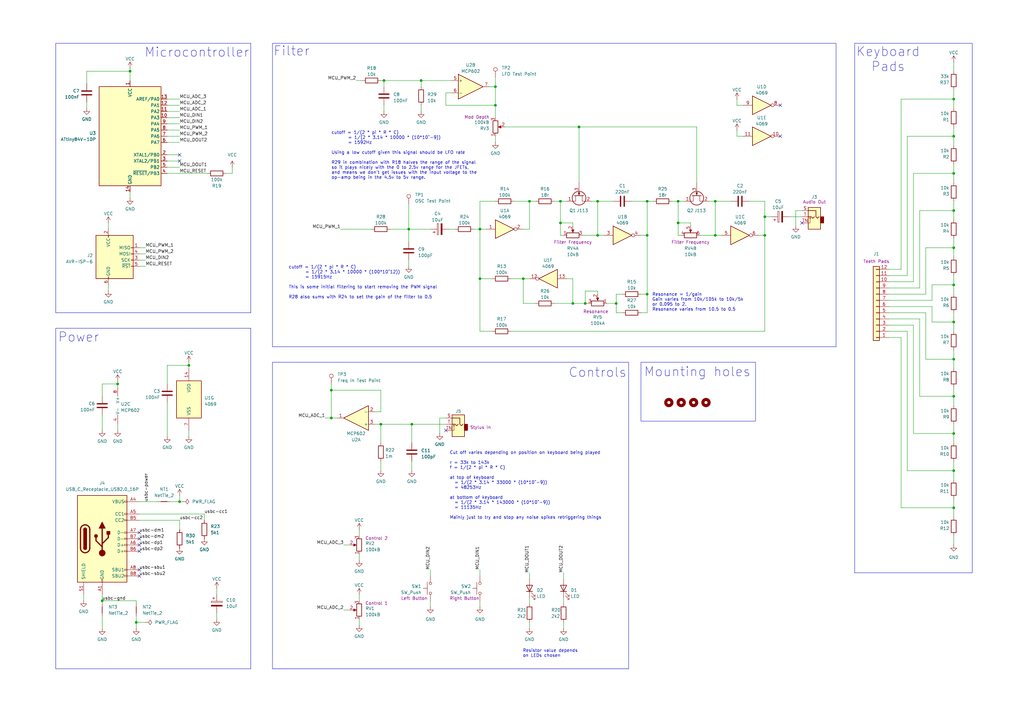
<source format=kicad_sch>
(kicad_sch (version 20250114) (generator "eeschema") (generator_version "9.0")
  (paper "A3")
  (title_block (title "Yorick") (date "2025-08-24") (rev "1.2") (company "Bristol Communal Modular") (comment 2 "creativecommons.org/licenses/by/4.0/") (comment 3 "License: CC BY 4.0") (comment 4 "Author: Bristol Communal Modular"))
  (rectangle (start 22.86 17.78) (end 102.87 128.27))
  (rectangle (start 111.76 148.59) (end 257.81 274.32))
  (rectangle (start 111.76 17.78) (end 342.9 142.24))
  (rectangle (start 350.52 17.78) (end 398.78 234.95))
  (rectangle (start 22.86 134.62) (end 102.87 274.32))
  (rectangle (start 262.89 148.59) (end 309.88 172.72))
  (text "Resistor value depends\non LEDs chosen" (at 214.376 269.748 0) (effects (font (size 1.27 1.27)) (justify left bottom)))
  (text "Resonance = 1/gain\nGain varies from 10k/105k to 10k/5k\nor 0.095 to 2.\nResonance varies from 10.5 to 0.5" (at 267.462 127.762 0) (effects (font (size 1.27 1.27)) (justify left bottom)))
  (text "cutoff = 1/(2 * pi * R * C)\n       = 1/(2 * 3.14 * 10000 * (10*10^-9))\n       = 1592Hz\n\nUsing a low cutoff given this signal should be LFO rate\n\nR29 in combination with R18 halves the range of the signal\nso it plays nicely with the 0 to 2.5v range for the JFETs,\nand means we don't get issues with the input voltage to the\nop-amp being in the 4.5v to 5v range." (at 135.89 73.66 0) (effects (font (size 1.27 1.27)) (justify left bottom)))
  (text "Microcontroller" (at 80.772 21.59 0) (effects (font (size 3.81 3.81))))
  (text "Filter" (at 119.634 21.082 0) (effects (font (size 3.81 3.81))))
  (text "Power" (at 32.258 138.43 0) (effects (font (size 3.81 3.81))))
  (text "Controls" (at 245.11 152.908 0) (effects (font (size 3.81 3.81))))
  (text "Cut off varies depending on position on keyboard being played\n\nr = 33k to 143k\nf = 1/(2 * pi * R * C)\n\nat top of keyboard\n  = 1/(2 * 3.14 * 33000 * (10*10^-9))\n  = 48253Hz\n\nat bottom of keyboard\n  = 1/(2 * 3.14 * 143000 * (10*10^-9))\n  = 11135Hz\n\nMainly just to try and stop any noise spikes retriggering things" (at 184.404 213.106 0) (effects (font (size 1.27 1.27)) (justify left bottom)))
  (text "Keyboard\nPads" (at 364.236 24.384 0) (effects (font (size 3.81 3.81))))
  (text "Mounting holes" (at 286.004 152.654 0) (effects (font (size 3.81 3.81))))
  (text "cutoff = 1/(2 * pi * R * C)\n       = 1/(2 * 3.14 * 10000 * (100*10^12))\n       = 15915Hz\n\nThis is some initial filtering to start removing the PWM signal\n\nR28 also sums with R24 to set the gain of the filter to 0.5\n" (at 118.364 122.682 0) (effects (font (size 1.27 1.27)) (justify left bottom)))
  (junction (at 156.21 173.99))
  (junction (at 172.72 33.02))
  (junction (at 293.37 96.52))
  (junction (at 135.89 171.45))
  (junction (at 245.11 82.55))
  (junction (at 196.85 114.3))
  (junction (at 391.16 40.64))
  (junction (at 391.16 86.36))
  (junction (at 73.66 205.74))
  (junction (at 229.87 91.44))
  (junction (at 391.16 208.28))
  (junction (at 135.89 160.02))
  (junction (at 293.37 82.55))
  (junction (at 391.16 101.6))
  (junction (at 245.11 96.52))
  (junction (at 157.48 33.02))
  (junction (at 237.49 52.07))
  (junction (at 41.91 246.38))
  (junction (at 252.73 124.46))
  (junction (at 278.13 91.44))
  (junction (at 391.16 55.88))
  (junction (at 53.34 29.21))
  (junction (at 203.2 35.56))
  (junction (at 391.16 116.84))
  (junction (at 391.16 193.04))
  (junction (at 265.43 82.55))
  (junction (at 391.16 147.32))
  (junction (at 203.2 43.18))
  (junction (at 240.03 124.46))
  (junction (at 391.16 177.8))
  (junction (at 278.13 82.55))
  (junction (at 77.47 149.86))
  (junction (at 391.16 132.08))
  (junction (at 391.16 71.12))
  (junction (at 391.16 162.56))
  (junction (at 167.64 93.98))
  (junction (at 48.26 157.48))
  (junction (at 55.88 255.27))
  (junction (at 313.69 88.9))
  (junction (at 229.87 82.55))
  (junction (at 196.85 93.98))
  (junction (at 217.17 82.55))
  (junction (at 234.95 124.46))
  (junction (at 313.69 96.52))
  (junction (at 168.91 173.99))
  (junction (at 265.43 120.65))
  (junction (at 265.43 96.52))
  (junction (at 214.63 114.3))
  (no_connect (at 57.15 233.68))
  (no_connect (at 73.66 66.04))
  (no_connect (at 57.15 236.22))
  (no_connect (at 320.04 55.88))
  (no_connect (at 182.88 176.53))
  (no_connect (at 328.93 91.44))
  (no_connect (at 320.04 43.18))
  (no_connect (at 73.66 63.5))
  (no_connect (at 57.15 223.52))
  (no_connect (at 57.15 218.44))
  (no_connect (at 57.15 220.98))
  (no_connect (at 57.15 226.06))
  (wire (pts (xy 265.43 96.52) (xy 265.43 120.65)))
  (wire (pts (xy 252.73 128.27) (xy 252.73 124.46)))
  (wire (pts (xy 44.45 116.84) (xy 44.45 119.38)))
  (wire (pts (xy 95.25 68.58) (xy 95.25 71.12)))
  (wire (pts (xy 73.66 205.74) (xy 74.93 205.74)))
  (wire (pts (xy 48.26 157.48) (xy 48.26 158.75)))
  (wire (pts (xy 382.27 116.84) (xy 391.16 116.84)))
  (wire (pts (xy 57.15 101.6) (xy 59.69 101.6)))
  (wire (pts (xy 391.16 40.64) (xy 391.16 44.45)))
  (wire (pts (xy 302.26 53.34) (xy 302.26 55.88)))
  (wire (pts (xy 209.55 114.3) (xy 214.63 114.3)))
  (wire (pts (xy 372.11 55.88) (xy 391.16 55.88)))
  (wire (pts (xy 41.91 157.48) (xy 48.26 157.48)))
  (wire (pts (xy 391.16 82.55) (xy 391.16 86.36)))
  (wire (pts (xy 302.26 55.88) (xy 304.8 55.88)))
  (wire (pts (xy 160.02 93.98) (xy 167.64 93.98)))
  (wire (pts (xy 278.13 96.52) (xy 279.4 96.52)))
  (wire (pts (xy 391.16 67.31) (xy 391.16 71.12)))
  (wire (pts (xy 252.73 128.27) (xy 255.27 128.27)))
  (wire (pts (xy 313.69 88.9) (xy 313.69 96.52)))
  (wire (pts (xy 391.16 219.71) (xy 391.16 223.52)))
  (wire (pts (xy 278.13 82.55) (xy 278.13 91.44)))
  (wire (pts (xy 229.87 91.44) (xy 234.95 91.44)))
  (wire (pts (xy 156.21 173.99) (xy 156.21 181.61)))
  (wire (pts (xy 245.11 120.65) (xy 245.11 119.38)))
  (wire (pts (xy 278.13 96.52) (xy 278.13 91.44)))
  (wire (pts (xy 369.57 110.49) (xy 364.49 110.49)))
  (wire (pts (xy 377.19 86.36) (xy 377.19 118.11)))
  (wire (pts (xy 55.88 255.27) (xy 55.88 257.81)))
  (wire (pts (xy 252.73 120.65) (xy 252.73 124.46)))
  (wire (pts (xy 369.57 208.28) (xy 369.57 138.43)))
  (wire (pts (xy 41.91 170.18) (xy 41.91 176.53)))
  (wire (pts (xy 68.58 58.42) (xy 73.66 58.42)))
  (wire (pts (xy 68.58 45.72) (xy 73.66 45.72)))
  (wire (pts (xy 147.32 254) (xy 147.32 256.54)))
  (wire (pts (xy 68.58 165.1) (xy 68.58 179.07)))
  (wire (pts (xy 265.43 82.55) (xy 267.97 82.55)))
  (wire (pts (xy 157.48 33.02) (xy 172.72 33.02)))
  (wire (pts (xy 311.15 96.52) (xy 313.69 96.52)))
  (wire (pts (xy 41.91 246.38) (xy 41.91 247.65)))
  (wire (pts (xy 227.33 124.46) (xy 234.95 124.46)))
  (wire (pts (xy 147.32 227.33) (xy 147.32 229.87)))
  (wire (pts (xy 391.16 193.04) (xy 391.16 196.85)))
  (wire (pts (xy 201.93 114.3) (xy 196.85 114.3)))
  (wire (pts (xy 68.58 68.58) (xy 73.66 68.58)))
  (wire (pts (xy 41.91 252.73) (xy 41.91 257.81)))
  (wire (pts (xy 176.53 246.38) (xy 176.53 248.92)))
  (wire (pts (xy 41.91 246.38) (xy 41.91 243.84)))
  (wire (pts (xy 391.16 97.79) (xy 391.16 101.6)))
  (wire (pts (xy 255.27 120.65) (xy 252.73 120.65)))
  (wire (pts (xy 391.16 181.61) (xy 391.16 177.8)))
  (wire (pts (xy 313.69 88.9) (xy 316.23 88.9)))
  (wire (pts (xy 57.15 205.74) (xy 64.77 205.74)))
  (wire (pts (xy 369.57 40.64) (xy 391.16 40.64)))
  (wire (pts (xy 68.58 55.88) (xy 73.66 55.88)))
  (wire (pts (xy 194.31 93.98) (xy 196.85 93.98)))
  (wire (pts (xy 217.17 245.11) (xy 217.17 247.65)))
  (wire (pts (xy 207.01 52.07) (xy 237.49 52.07)))
  (wire (pts (xy 240.03 119.38) (xy 240.03 124.46)))
  (wire (pts (xy 265.43 82.55) (xy 259.08 82.55)))
  (wire (pts (xy 293.37 82.55) (xy 293.37 96.52)))
  (wire (pts (xy 147.32 217.17) (xy 147.32 219.71)))
  (wire (pts (xy 275.59 82.55) (xy 278.13 82.55)))
  (wire (pts (xy 231.14 245.11) (xy 231.14 247.65)))
  (wire (pts (xy 68.58 40.64) (xy 73.66 40.64)))
  (wire (pts (xy 372.11 55.88) (xy 372.11 113.03)))
  (wire (pts (xy 379.73 101.6) (xy 379.73 120.65)))
  (wire (pts (xy 328.93 86.36) (xy 326.39 86.36)))
  (wire (pts (xy 391.16 113.03) (xy 391.16 116.84)))
  (wire (pts (xy 391.16 132.08) (xy 391.16 135.89)))
  (wire (pts (xy 231.14 255.27) (xy 231.14 257.81)))
  (wire (pts (xy 285.75 52.07) (xy 285.75 74.93)))
  (wire (pts (xy 374.65 71.12) (xy 391.16 71.12)))
  (wire (pts (xy 180.34 171.45) (xy 180.34 177.8)))
  (wire (pts (xy 232.41 114.3) (xy 234.95 114.3)))
  (wire (pts (xy 231.14 234.95) (xy 231.14 237.49)))
  (wire (pts (xy 35.56 34.29) (xy 35.56 29.21)))
  (wire (pts (xy 391.16 204.47) (xy 391.16 208.28)))
  (wire (pts (xy 172.72 43.18) (xy 172.72 45.72)))
  (wire (pts (xy 77.47 149.86) (xy 77.47 151.13)))
  (wire (pts (xy 391.16 158.75) (xy 391.16 162.56)))
  (wire (pts (xy 377.19 162.56) (xy 377.19 130.81)))
  (wire (pts (xy 156.21 173.99) (xy 168.91 173.99)))
  (wire (pts (xy 293.37 96.52) (xy 295.91 96.52)))
  (wire (pts (xy 146.05 33.02) (xy 148.59 33.02)))
  (wire (pts (xy 245.11 96.52) (xy 247.65 96.52)))
  (wire (pts (xy 140.97 250.19) (xy 143.51 250.19)))
  (wire (pts (xy 313.69 82.55) (xy 307.34 82.55)))
  (wire (pts (xy 234.95 91.44) (xy 234.95 92.71)))
  (wire (pts (xy 240.03 119.38) (xy 245.11 119.38)))
  (wire (pts (xy 73.66 213.36) (xy 73.66 217.17)))
  (wire (pts (xy 391.16 128.27) (xy 391.16 132.08)))
  (wire (pts (xy 157.48 43.18) (xy 157.48 45.72)))
  (wire (pts (xy 302.26 43.18) (xy 304.8 43.18)))
  (wire (pts (xy 185.42 38.1) (xy 182.88 38.1)))
  (wire (pts (xy 156.21 168.91) (xy 156.21 160.02)))
  (wire (pts (xy 326.39 86.36) (xy 326.39 92.71)))
  (wire (pts (xy 217.17 93.98) (xy 217.17 82.55)))
  (wire (pts (xy 391.16 166.37) (xy 391.16 162.56)))
  (wire (pts (xy 48.26 173.99) (xy 48.26 176.53)))
  (wire (pts (xy 168.91 173.99) (xy 182.88 173.99)))
  (wire (pts (xy 231.14 96.52) (xy 229.87 96.52)))
  (wire (pts (xy 323.85 88.9) (xy 328.93 88.9)))
  (wire (pts (xy 290.83 82.55) (xy 293.37 82.55)))
  (wire (pts (xy 182.88 38.1) (xy 182.88 43.18)))
  (wire (pts (xy 238.76 96.52) (xy 245.11 96.52)))
  (wire (pts (xy 48.26 156.21) (xy 48.26 157.48)))
  (wire (pts (xy 377.19 162.56) (xy 391.16 162.56)))
  (wire (pts (xy 182.88 43.18) (xy 203.2 43.18)))
  (wire (pts (xy 391.16 25.4) (xy 391.16 29.21)))
  (wire (pts (xy 391.16 189.23) (xy 391.16 193.04)))
  (wire (pts (xy 196.85 246.38) (xy 196.85 248.92)))
  (wire (pts (xy 172.72 33.02) (xy 172.72 35.56)))
  (wire (pts (xy 364.49 128.27) (xy 379.73 128.27)))
  (wire (pts (xy 382.27 123.19) (xy 364.49 123.19)))
  (wire (pts (xy 68.58 149.86) (xy 77.47 149.86)))
  (wire (pts (xy 68.58 71.12) (xy 85.09 71.12)))
  (wire (pts (xy 229.87 82.55) (xy 232.41 82.55)))
  (wire (pts (xy 374.65 133.35) (xy 364.49 133.35)))
  (wire (pts (xy 369.57 208.28) (xy 391.16 208.28)))
  (wire (pts (xy 168.91 189.23) (xy 168.91 193.04)))
  (wire (pts (xy 203.2 31.75) (xy 203.2 35.56)))
  (wire (pts (xy 234.95 124.46) (xy 240.03 124.46)))
  (wire (pts (xy 283.21 91.44) (xy 278.13 91.44)))
  (wire (pts (xy 237.49 52.07) (xy 237.49 74.93)))
  (wire (pts (xy 377.19 118.11) (xy 364.49 118.11)))
  (wire (pts (xy 302.26 40.64) (xy 302.26 43.18)))
  (wire (pts (xy 57.15 104.14) (xy 59.69 104.14)))
  (wire (pts (xy 176.53 233.68) (xy 176.53 236.22)))
  (wire (pts (xy 217.17 82.55) (xy 219.71 82.55)))
  (wire (pts (xy 262.89 96.52) (xy 265.43 96.52)))
  (wire (pts (xy 377.19 130.81) (xy 364.49 130.81)))
  (wire (pts (xy 35.56 29.21) (xy 53.34 29.21)))
  (wire (pts (xy 196.85 93.98) (xy 196.85 114.3)))
  (wire (pts (xy 251.46 82.55) (xy 245.11 82.55)))
  (wire (pts (xy 293.37 82.55) (xy 299.72 82.55)))
  (wire (pts (xy 196.85 82.55) (xy 196.85 93.98)))
  (wire (pts (xy 73.66 205.74) (xy 69.85 205.74)))
  (wire (pts (xy 156.21 189.23) (xy 156.21 193.04)))
  (wire (pts (xy 217.17 82.55) (xy 210.82 82.55)))
  (wire (pts (xy 372.11 193.04) (xy 391.16 193.04)))
  (wire (pts (xy 34.29 243.84) (xy 34.29 246.38)))
  (wire (pts (xy 248.92 124.46) (xy 252.73 124.46)))
  (wire (pts (xy 156.21 33.02) (xy 157.48 33.02)))
  (wire (pts (xy 391.16 101.6) (xy 391.16 105.41)))
  (wire (pts (xy 379.73 101.6) (xy 391.16 101.6)))
  (wire (pts (xy 68.58 50.8) (xy 73.66 50.8)))
  (wire (pts (xy 382.27 116.84) (xy 382.27 123.19)))
  (wire (pts (xy 41.91 157.48) (xy 41.91 162.56)))
  (wire (pts (xy 377.19 86.36) (xy 391.16 86.36)))
  (wire (pts (xy 156.21 160.02) (xy 135.89 160.02)))
  (wire (pts (xy 214.63 114.3) (xy 214.63 124.46)))
  (wire (pts (xy 196.85 135.89) (xy 201.93 135.89)))
  (wire (pts (xy 57.15 106.68) (xy 59.69 106.68)))
  (wire (pts (xy 167.64 83.82) (xy 167.64 93.98)))
  (wire (pts (xy 391.16 36.83) (xy 391.16 40.64)))
  (wire (pts (xy 369.57 138.43) (xy 364.49 138.43)))
  (wire (pts (xy 313.69 96.52) (xy 313.69 135.89)))
  (wire (pts (xy 168.91 173.99) (xy 168.91 181.61)))
  (wire (pts (xy 262.89 120.65) (xy 265.43 120.65)))
  (wire (pts (xy 227.33 82.55) (xy 229.87 82.55)))
  (wire (pts (xy 203.2 55.88) (xy 203.2 58.42)))
  (wire (pts (xy 55.88 246.38) (xy 55.88 247.65)))
  (wire (pts (xy 214.63 93.98) (xy 217.17 93.98)))
  (wire (pts (xy 68.58 157.48) (xy 68.58 149.86)))
  (wire (pts (xy 382.27 125.73) (xy 364.49 125.73)))
  (wire (pts (xy 53.34 29.21) (xy 53.34 33.02)))
  (wire (pts (xy 153.67 173.99) (xy 156.21 173.99)))
  (wire (pts (xy 77.47 148.59) (xy 77.47 149.86)))
  (wire (pts (xy 391.16 55.88) (xy 391.16 59.69)))
  (wire (pts (xy 278.13 82.55) (xy 280.67 82.55)))
  (wire (pts (xy 283.21 91.44) (xy 283.21 92.71)))
  (wire (pts (xy 374.65 177.8) (xy 374.65 133.35)))
  (wire (pts (xy 55.88 255.27) (xy 59.69 255.27)))
  (wire (pts (xy 55.88 246.38) (xy 41.91 246.38)))
  (wire (pts (xy 153.67 168.91) (xy 156.21 168.91)))
  (wire (pts (xy 172.72 33.02) (xy 185.42 33.02)))
  (wire (pts (xy 184.15 93.98) (xy 186.69 93.98)))
  (wire (pts (xy 262.89 128.27) (xy 265.43 128.27)))
  (wire (pts (xy 374.65 71.12) (xy 374.65 115.57)))
  (wire (pts (xy 217.17 234.95) (xy 217.17 237.49)))
  (wire (pts (xy 147.32 243.84) (xy 147.32 246.38)))
  (wire (pts (xy 68.58 63.5) (xy 73.66 63.5)))
  (wire (pts (xy 135.89 160.02) (xy 135.89 171.45)))
  (wire (pts (xy 95.25 71.12) (xy 92.71 71.12)))
  (wire (pts (xy 203.2 43.18) (xy 203.2 48.26)))
  (wire (pts (xy 374.65 177.8) (xy 391.16 177.8)))
  (wire (pts (xy 135.89 171.45) (xy 138.43 171.45)))
  (wire (pts (xy 157.48 33.02) (xy 157.48 35.56)))
  (wire (pts (xy 391.16 86.36) (xy 391.16 90.17)))
  (wire (pts (xy 229.87 82.55) (xy 229.87 91.44)))
  (wire (pts (xy 57.15 109.22) (xy 59.69 109.22)))
  (wire (pts (xy 167.64 93.98) (xy 176.53 93.98)))
  (wire (pts (xy 83.82 210.82) (xy 83.82 213.36)))
  (wire (pts (xy 209.55 135.89) (xy 313.69 135.89)))
  (wire (pts (xy 217.17 255.27) (xy 217.17 257.81)))
  (wire (pts (xy 203.2 43.18) (xy 203.2 35.56)))
  (wire (pts (xy 379.73 147.32) (xy 379.73 128.27)))
  (wire (pts (xy 55.88 252.73) (xy 55.88 255.27)))
  (wire (pts (xy 234.95 114.3) (xy 234.95 124.46)))
  (wire (pts (xy 391.16 151.13) (xy 391.16 147.32)))
  (wire (pts (xy 382.27 132.08) (xy 382.27 125.73)))
  (wire (pts (xy 200.66 35.56) (xy 203.2 35.56)))
  (wire (pts (xy 68.58 48.26) (xy 73.66 48.26)))
  (wire (pts (xy 391.16 208.28) (xy 391.16 212.09)))
  (wire (pts (xy 57.15 210.82) (xy 83.82 210.82)))
  (wire (pts (xy 237.49 52.07) (xy 285.75 52.07)))
  (wire (pts (xy 88.9 241.3) (xy 88.9 243.84)))
  (wire (pts (xy 265.43 82.55) (xy 265.43 96.52)))
  (wire (pts (xy 287.02 96.52) (xy 293.37 96.52)))
  (wire (pts (xy 313.69 88.9) (xy 313.69 82.55)))
  (wire (pts (xy 68.58 66.04) (xy 73.66 66.04)))
  (wire (pts (xy 167.64 93.98) (xy 167.64 99.06)))
  (wire (pts (xy 88.9 251.46) (xy 88.9 254)))
  (wire (pts (xy 135.89 157.48) (xy 135.89 160.02)))
  (wire (pts (xy 245.11 82.55) (xy 245.11 96.52)))
  (wire (pts (xy 140.97 223.52) (xy 143.51 223.52)))
  (wire (pts (xy 203.2 82.55) (xy 196.85 82.55)))
  (wire (pts (xy 391.16 173.99) (xy 391.16 177.8)))
  (wire (pts (xy 44.45 91.44) (xy 44.45 93.98)))
  (wire (pts (xy 374.65 115.57) (xy 364.49 115.57)))
  (wire (pts (xy 57.15 213.36) (xy 73.66 213.36)))
  (wire (pts (xy 53.34 78.74) (xy 53.34 81.28)))
  (wire (pts (xy 240.03 124.46) (xy 241.3 124.46)))
  (wire (pts (xy 391.16 52.07) (xy 391.16 55.88)))
  (wire (pts (xy 73.66 203.2) (xy 73.66 205.74)))
  (wire (pts (xy 219.71 124.46) (xy 214.63 124.46)))
  (wire (pts (xy 372.11 113.03) (xy 364.49 113.03)))
  (wire (pts (xy 391.16 71.12) (xy 391.16 74.93)))
  (wire (pts (xy 139.7 93.98) (xy 152.4 93.98)))
  (wire (pts (xy 369.57 40.64) (xy 369.57 110.49)))
  (wire (pts (xy 372.11 193.04) (xy 372.11 135.89)))
  (wire (pts (xy 196.85 233.68) (xy 196.85 236.22)))
  (wire (pts (xy 265.43 120.65) (xy 265.43 128.27)))
  (wire (pts (xy 196.85 93.98) (xy 199.39 93.98)))
  (wire (pts (xy 53.34 27.94) (xy 53.34 29.21)))
  (wire (pts (xy 167.64 106.68) (xy 167.64 109.22)))
  (wire (pts (xy 77.47 176.53) (xy 77.47 179.07)))
  (wire (pts (xy 196.85 114.3) (xy 196.85 135.89)))
  (wire (pts (xy 182.88 171.45) (xy 180.34 171.45)))
  (wire (pts (xy 379.73 147.32) (xy 391.16 147.32)))
  (wire (pts (xy 68.58 43.18) (xy 73.66 43.18)))
  (wire (pts (xy 35.56 41.91) (xy 35.56 44.45)))
  (wire (pts (xy 217.17 114.3) (xy 214.63 114.3)))
  (wire (pts (xy 68.58 53.34) (xy 73.66 53.34)))
  (wire (pts (xy 391.16 143.51) (xy 391.16 147.32)))
  (wire (pts (xy 229.87 96.52) (xy 229.87 91.44)))
  (wire (pts (xy 372.11 135.89) (xy 364.49 135.89)))
  (wire (pts (xy 379.73 120.65) (xy 364.49 120.65)))
  (wire (pts (xy 382.27 132.08) (xy 391.16 132.08)))
  (wire (pts (xy 133.35 171.45) (xy 135.89 171.45)))
  (wire (pts (xy 245.11 82.55) (xy 242.57 82.55)))
  (wire (pts (xy 391.16 116.84) (xy 391.16 120.65)))
  (label "MCU_DIN1" (at 73.66 48.26 0))
  (label "MCU_DIN2" (at 59.69 106.68 0))
  (label "MCU_DOUT2" (at 73.66 58.42 0))
  (label "MCU_PWM_1" (at 73.66 53.34 0))
  (label "usbc-cc2" (at 73.66 213.36 0))
  (label "MCU_ADC_2" (at 73.66 43.18 0))
  (label "MCU_RESET" (at 59.69 109.22 0))
  (label "MCU_DIN2" (at 73.66 50.8 0))
  (label "MCU_DOUT1" (at 73.66 68.58 0))
  (label "MCU_DIN2" (at 176.53 233.68 90))
  (label "usbc-sbu1" (at 57.15 233.68 0))
  (label "MCU_PWM_2" (at 146.05 33.02 180))
  (label "MCU_DIN1" (at 196.85 233.68 90))
  (label "MCU_PWM_1" (at 59.69 101.6 0))
  (label "MCU_PWM_2" (at 59.69 104.14 0))
  (label "MCU_RESET" (at 73.66 71.12 0))
  (label "MCU_ADC_3" (at 73.66 40.64 0))
  (label "MCU_PWM_1" (at 139.7 93.98 180))
  (label "usbc-gnd" (at 41.91 246.38 0))
  (label "MCU_ADC_3" (at 140.97 223.52 180))
  (label "usbc-sbu2" (at 57.15 236.22 0))
  (label "MCU_ADC_2" (at 140.97 250.19 180))
  (label "MCU_DOUT1" (at 217.17 234.95 90))
  (label "usbc-dm1" (at 57.15 218.44 0))
  (label "usbc-dp1" (at 57.15 223.52 0))
  (label "usbc-dp2" (at 57.15 226.06 0))
  (label "usbc-power" (at 60.96 205.74 90))
  (label "MCU_ADC_1" (at 73.66 45.72 0))
  (label "MCU_ADC_1" (at 133.35 171.45 180))
  (label "MCU_PWM_2" (at 73.66 55.88 0))
  (label "usbc-dm2" (at 57.15 220.98 0))
  (label "usbc-cc1" (at 83.82 210.82 0))
  (label "MCU_DOUT2" (at 231.14 234.95 90))
  (symbol (lib_id "4xxx:4069") (at 312.42 55.88 0) (unit 5)
    (property "Reference" "U1" (at 312.42 48.26 0))
    (property "Value" "4069" (at 312.42 50.8 0))
    (property "Footprint" "Package_DIP:DIP-14_W7.62mm" (effects (hide yes)))
    (property "Datasheet" "http://www.intersil.com/content/dam/Intersil/documents/cd40/cd4069ubms.pdf" (effects (hide yes)))
  )
  (symbol (lib_id "Device:R") (at 391.16 200.66 0) (unit 1)
    (property "Reference" "R11" (at 389.382 201.4947 0) (effects (justify right)))
    (property "Value" "10k" (at 389.382 198.9578 0) (effects (justify right)))
    (property "Footprint" "Resistor_THT:R_Axial_DIN0207_L6.3mm_D2.5mm_P10.16mm_Horizontal" (effects (hide yes)))
    (property "Description" "Resistor" (effects (hide yes)))
    (property "Tolerance" "1%" (effects (hide yes)))
    (property "Power" "0.25W" (effects (hide yes)))
    (property "Spec" "metal film" (effects (hide yes)))
  )
  (symbol (lib_id "Device:R") (at 172.72 39.37 0) (unit 1)
    (property "Reference" "R29" (at 175.26 38.735 0) (effects (justify left)))
    (property "Value" "10k" (at 175.26 41.275 0) (effects (justify left)))
    (property "Footprint" "Resistor_THT:R_Axial_DIN0207_L6.3mm_D2.5mm_P10.16mm_Horizontal" (effects (hide yes)))
    (property "Description" "Resistor" (effects (hide yes)))
    (property "Tolerance" "1%" (effects (hide yes)))
    (property "Power" "0.25W" (effects (hide yes)))
    (property "Spec" "metal film" (effects (hide yes)))
  )
  (symbol (lib_id "Switch:SW_Push") (at 176.53 241.3 90) (mirror x) (unit 1)
    (property "Reference" "SW1" (at 172.847 240.4653 90) (effects (justify left)))
    (property "Value" "SW_Push" (at 172.847 243.0022 90) (effects (justify left)))
    (property "Footprint" "Button_Switch_THT:SW_PUSH_6mm" (effects (hide yes)))
    (property "Datasheet" "https://components.omron.com/eu-en/sites/components.omron.com.eu/files/datasheet_pdf/A070-E1.pdf" (effects (hide yes)))
    (property "Manufacturer" "Omron" (effects (hide yes)))
    (property "MPN" "B3F-1070" (effects (hide yes)))
    (property "Name" "Left Button" (at 169.926 245.364 90))
  )
  (symbol (lib_id "Device:C") (at 41.91 166.37 0) (mirror y) (unit 1)
    (property "Reference" "C6" (at 38.989 165.5353 0) (effects (justify left)))
    (property "Value" "100nF" (at 38.989 168.0722 0) (effects (justify left)))
    (property "Footprint" "Capacitor_THT:C_Rect_L7.0mm_W3.5mm_P5.00mm" (effects (hide yes)))
    (property "Spec" "ceramic X7R" (effects (hide yes)))
    (property "Tolerance" "5%" (effects (hide yes)))
  )
  (symbol (lib_id "power:GND") (at 83.82 220.98 0) (unit 1)
    (property "Reference" "#PWR030" (effects (hide yes)))
    (property "Value" "GND" (at 83.82 225.4234 0))
    (property "Description" "Power symbol creates a global label with name \"GND\" , ground" (effects (hide yes)))
  )
  (symbol (lib_id "Device:R") (at 259.08 120.65 270) (unit 1)
    (property "Reference" "R15" (at 259.08 115.57 90))
    (property "Value" "10k" (at 259.08 118.11 90))
    (property "Footprint" "Resistor_THT:R_Axial_DIN0207_L6.3mm_D2.5mm_P10.16mm_Horizontal" (effects (hide yes)))
    (property "Description" "Resistor" (effects (hide yes)))
    (property "Tolerance" "1%" (effects (hide yes)))
    (property "Power" "0.25W" (effects (hide yes)))
    (property "Spec" "metal film" (effects (hide yes)))
  )
  (symbol (lib_id "Device:R") (at 259.08 128.27 270) (unit 1)
    (property "Reference" "R27" (at 259.08 123.19 90))
    (property "Value" "10k" (at 259.08 125.73 90))
    (property "Footprint" "Resistor_THT:R_Axial_DIN0207_L6.3mm_D2.5mm_P10.16mm_Horizontal" (effects (hide yes)))
    (property "Description" "Resistor" (effects (hide yes)))
    (property "Tolerance" "1%" (effects (hide yes)))
    (property "Power" "0.25W" (effects (hide yes)))
    (property "Spec" "metal film" (effects (hide yes)))
  )
  (symbol (lib_id "power:PWR_FLAG") (at 59.69 255.27 270) (unit 1)
    (property "Reference" "#FLG02" (effects (hide yes)))
    (property "Value" "PWR_FLAG" (at 63.5 255.2699 90) (effects (justify left)))
    (property "Description" "Special symbol for telling ERC where power comes from" (effects (hide yes)))
  )
  (symbol (lib_id "power:VCC") (at 147.32 217.17 0) (unit 1)
    (property "Reference" "#PWR023" (effects (hide yes)))
    (property "Value" "VCC" (at 147.32 213.36 0))
    (property "Description" "Power symbol creates a global label with name \"VCC\"" (effects (hide yes)))
  )
  (symbol (lib_id "Device:R") (at 391.16 154.94 0) (unit 1)
    (property "Reference" "R8" (at 389.382 155.7747 0) (effects (justify right)))
    (property "Value" "10k" (at 389.382 153.2378 0) (effects (justify right)))
    (property "Footprint" "Resistor_THT:R_Axial_DIN0207_L6.3mm_D2.5mm_P10.16mm_Horizontal" (effects (hide yes)))
    (property "Description" "Resistor" (effects (hide yes)))
    (property "Tolerance" "1%" (effects (hide yes)))
    (property "Power" "0.25W" (effects (hide yes)))
    (property "Spec" "metal film" (effects (hide yes)))
  )
  (symbol (lib_id "power:GND") (at 44.45 119.38 0) (unit 1)
    (property "Reference" "#PWR09" (effects (hide yes)))
    (property "Value" "GND" (at 44.45 123.8234 0))
    (property "Description" "Power symbol creates a global label with name \"GND\" , ground" (effects (hide yes)))
  )
  (symbol (lib_id "Device:C") (at 255.27 82.55 90) (unit 1)
    (property "Reference" "C1" (at 255.27 76.2 90))
    (property "Value" "220nF" (at 255.27 78.74 90))
    (property "Footprint" "Capacitor_THT:C_Rect_L7.0mm_W3.5mm_P5.00mm" (effects (hide yes)))
    (property "Spec" "film" (effects (hide yes)))
    (property "Tolerance" "5%" (effects (hide yes)))
  )
  (symbol (lib_id "4xxx:4069") (at 207.01 93.98 0) (unit 1)
    (property "Reference" "U1" (at 207.01 86.36 0))
    (property "Value" "4069" (at 207.01 88.9 0))
    (property "Footprint" "Package_DIP:DIP-14_W7.62mm" (effects (hide yes)))
    (property "Datasheet" "http://www.intersil.com/content/dam/Intersil/documents/cd40/cd4069ubms.pdf" (effects (hide yes)))
  )
  (symbol (lib_id "power:VCC") (at 147.32 243.84 0) (unit 1)
    (property "Reference" "#PWR01" (effects (hide yes)))
    (property "Value" "VCC" (at 147.32 240.03 0))
    (property "Description" "Power symbol creates a global label with name \"VCC\"" (effects (hide yes)))
  )
  (symbol (lib_id "power:VCC") (at 302.26 40.64 0) (unit 1)
    (property "Reference" "#PWR010" (effects (hide yes)))
    (property "Value" "VCC" (at 302.26 36.83 0))
    (property "Description" "Power symbol creates a global label with name \"VCC\"" (effects (hide yes)))
  )
  (symbol (lib_id "Device:C_Polarized") (at 320.04 88.9 90) (unit 1)
    (property "Reference" "C5" (at 319.151 82.55 90))
    (property "Value" "10uF" (at 319.151 85.09 90))
    (property "Footprint" "Capacitor_THT:CP_Radial_D5.0mm_P2.00mm" (effects (hide yes)))
    (property "Spec" "electrolytic" (effects (hide yes)))
    (property "Tolerance" "20%" (effects (hide yes)))
    (property "Voltage" "50v" (effects (hide yes)))
  )
  (symbol (lib_id "power:GND") (at 180.34 177.8 0) (unit 1)
    (property "Reference" "#PWR0105" (effects (hide yes)))
    (property "Value" "GND" (at 180.34 182.2434 0))
    (property "Description" "Power symbol creates a global label with name \"GND\" , ground" (effects (hide yes)))
  )
  (symbol (lib_id "Device:C_Polarized") (at 180.34 93.98 90) (unit 1)
    (property "Reference" "C4" (at 179.451 87.63 90))
    (property "Value" "10uF" (at 179.451 90.17 90))
    (property "Footprint" "Capacitor_THT:CP_Radial_D5.0mm_P2.00mm" (effects (hide yes)))
    (property "Spec" "electrolytic" (effects (hide yes)))
    (property "Tolerance" "20%" (effects (hide yes)))
    (property "Voltage" "50v" (effects (hide yes)))
  )
  (symbol (lib_id "Connector:USB_C_Receptacle_USB2.0_16P") (at 41.91 220.98 0) (unit 1)
    (property "Reference" "J4" (at 41.91 198.12 0))
    (property "Value" "USB_C_Receptacle_USB2.0_16P" (at 41.91 200.66 0))
    (property "Footprint" "Connector_USB:USB_C_Receptacle_GCT_USB4085" (effects (hide yes)))
    (property "Datasheet" "https://www.usb.org/sites/default/files/documents/usb_type-c.zip" (effects (hide yes)))
    (property "Description" "USB 2.0-only 16P Type-C Receptacle connector" (effects (hide yes)))
    (property "Manufacturer" "GCT" (effects (hide yes)))
    (property "MPN" "USB4085-GF-A " (effects (hide yes)))
  )
  (symbol (lib_id "Device:R") (at 391.16 109.22 0) (unit 1)
    (property "Reference" "R5" (at 389.382 110.0547 0) (effects (justify right)))
    (property "Value" "10k" (at 389.382 107.5178 0) (effects (justify right)))
    (property "Footprint" "Resistor_THT:R_Axial_DIN0207_L6.3mm_D2.5mm_P10.16mm_Horizontal" (effects (hide yes)))
    (property "Description" "Resistor" (effects (hide yes)))
    (property "Tolerance" "1%" (effects (hide yes)))
    (property "Power" "0.25W" (effects (hide yes)))
    (property "Spec" "metal film" (effects (hide yes)))
  )
  (symbol (lib_id "power:VCC") (at 88.9 241.3 0) (unit 1)
    (property "Reference" "#PWR026" (effects (hide yes)))
    (property "Value" "VCC" (at 88.9 237.49 0))
    (property "Description" "Power symbol creates a global label with name \"VCC\"" (effects (hide yes)))
  )
  (symbol (lib_id "Device:R") (at 73.66 220.98 0) (unit 1)
    (property "Reference" "R30" (at 76.2 219.7099 0) (effects (justify left)))
    (property "Value" "5k1" (at 76.2 222.2499 0) (effects (justify left)))
    (property "Footprint" "Resistor_THT:R_Axial_DIN0207_L6.3mm_D2.5mm_P10.16mm_Horizontal" (effects (hide yes)))
    (property "Description" "Resistor" (effects (hide yes)))
    (property "Tolerance" "1%" (effects (hide yes)))
    (property "Power" "0.25W" (effects (hide yes)))
    (property "Spec" "metal film" (effects (hide yes)))
  )
  (symbol (lib_id "power:GND") (at 35.56 44.45 0) (unit 1)
    (property "Reference" "#PWR0101" (effects (hide yes)))
    (property "Value" "GND" (at 35.56 48.8934 0))
    (property "Description" "Power symbol creates a global label with name \"GND\" , ground" (effects (hide yes)))
  )
  (symbol (lib_id "power:VCC") (at 95.25 68.58 0) (unit 1)
    (property "Reference" "#PWR05" (effects (hide yes)))
    (property "Value" "VCC" (at 95.25 63.5 0))
    (property "Description" "Power symbol creates a global label with name \"VCC\"" (effects (hide yes)))
  )
  (symbol (lib_id "Device:R") (at 205.74 114.3 270) (unit 1)
    (property "Reference" "R13" (at 205.74 109.22 90))
    (property "Value" "100k" (at 205.74 111.76 90))
    (property "Footprint" "Resistor_THT:R_Axial_DIN0207_L6.3mm_D2.5mm_P10.16mm_Horizontal" (effects (hide yes)))
    (property "Description" "Resistor" (effects (hide yes)))
    (property "Tolerance" "1%" (effects (hide yes)))
    (property "Power" "0.25W" (effects (hide yes)))
    (property "Spec" "metal film" (effects (hide yes)))
  )
  (symbol (lib_id "power:GND") (at 77.47 179.07 0) (unit 1)
    (property "Reference" "#PWR015" (effects (hide yes)))
    (property "Value" "GND" (at 77.47 183.5134 0))
    (property "Description" "Power symbol creates a global label with name \"GND\" , ground" (effects (hide yes)))
  )
  (symbol (lib_id "power:GND") (at 196.85 248.92 0) (unit 1)
    (property "Reference" "#PWR019" (effects (hide yes)))
    (property "Value" "GND" (at 196.85 254 0))
    (property "Description" "Power symbol creates a global label with name \"GND\" , ground" (effects (hide yes)))
  )
  (symbol (lib_id "Device:R") (at 83.82 217.17 0) (unit 1)
    (property "Reference" "R23" (at 86.36 215.8999 0) (effects (justify left)))
    (property "Value" "5k1" (at 86.36 218.4399 0) (effects (justify left)))
    (property "Footprint" "Resistor_THT:R_Axial_DIN0207_L6.3mm_D2.5mm_P10.16mm_Horizontal" (effects (hide yes)))
    (property "Description" "Resistor" (effects (hide yes)))
    (property "Tolerance" "1%" (effects (hide yes)))
    (property "Power" "0.25W" (effects (hide yes)))
    (property "Spec" "metal film" (effects (hide yes)))
  )
  (symbol (lib_id "Device:C") (at 303.53 82.55 90) (unit 1)
    (property "Reference" "C2" (at 303.53 76.2 90))
    (property "Value" "220nF" (at 303.53 78.74 90))
    (property "Footprint" "Capacitor_THT:C_Rect_L7.0mm_W3.5mm_P5.00mm" (effects (hide yes)))
    (property "Spec" "film" (effects (hide yes)))
    (property "Tolerance" "5%" (effects (hide yes)))
  )
  (symbol (lib_id "Device:C") (at 168.91 185.42 180) (unit 1)
    (property "Reference" "C11" (at 172.72 184.785 0) (effects (justify right)))
    (property "Value" "100pF" (at 172.72 187.325 0) (effects (justify right)))
    (property "Footprint" "Capacitor_THT:C_Rect_L7.0mm_W3.5mm_P5.00mm" (effects (hide yes)))
    (property "Spec" "ceramic X7R" (effects (hide yes)))
    (property "Tolerance" "5%" (effects (hide yes)))
  )
  (symbol (lib_id "Device:R") (at 391.16 63.5 0) (unit 1)
    (property "Reference" "R2" (at 389.382 64.3347 0) (effects (justify right)))
    (property "Value" "10k" (at 389.382 61.7978 0) (effects (justify right)))
    (property "Footprint" "Resistor_THT:R_Axial_DIN0207_L6.3mm_D2.5mm_P10.16mm_Horizontal" (effects (hide yes)))
    (property "Description" "Resistor" (effects (hide yes)))
    (property "Tolerance" "1%" (effects (hide yes)))
    (property "Power" "0.25W" (effects (hide yes)))
    (property "Spec" "metal film" (effects (hide yes)))
  )
  (symbol (lib_id "Device:R") (at 223.52 82.55 90) (unit 1)
    (property "Reference" "R16" (at 223.52 77.47 90))
    (property "Value" "18r" (at 223.52 80.01 90))
    (property "Footprint" "Resistor_THT:R_Axial_DIN0207_L6.3mm_D2.5mm_P10.16mm_Horizontal" (effects (hide yes)))
    (property "Description" "Resistor" (effects (hide yes)))
    (property "Tolerance" "1%" (effects (hide yes)))
    (property "Power" "0.25W" (effects (hide yes)))
    (property "Spec" "metal film" (effects (hide yes)))
  )
  (symbol (lib_id "Device:R") (at 207.01 82.55 90) (unit 1)
    (property "Reference" "R14" (at 207.01 77.47 90))
    (property "Value" "100k" (at 207.01 80.01 90))
    (property "Footprint" "Resistor_THT:R_Axial_DIN0207_L6.3mm_D2.5mm_P10.16mm_Horizontal" (effects (hide yes)))
    (property "Description" "Resistor" (effects (hide yes)))
    (property "Tolerance" "1%" (effects (hide yes)))
    (property "Power" "0.25W" (effects (hide yes)))
    (property "Spec" "metal film" (effects (hide yes)))
  )
  (symbol (lib_id "Device:R_Potentiometer") (at 147.32 250.19 180) (unit 1)
    (property "Reference" "RV1" (at 149.86 249.555 0) (effects (justify right)))
    (property "Value" "100kB" (at 149.86 252.095 0) (effects (justify right)))
    (property "Footprint" "Potentiometer_THT:Potentiometer_Alpha_RD901F-40-00D_Single_Vertical" (effects (hide yes)))
    (property "Name" "Control 1" (at 154.432 247.396 0))
  )
  (symbol (lib_id "4xxx:4069") (at 312.42 43.18 0) (unit 4)
    (property "Reference" "U1" (at 312.42 35.56 0))
    (property "Value" "4069" (at 312.42 38.1 0))
    (property "Footprint" "Package_DIP:DIP-14_W7.62mm" (effects (hide yes)))
    (property "Datasheet" "http://www.intersil.com/content/dam/Intersil/documents/cd40/cd4069ubms.pdf" (effects (hide yes)))
  )
  (symbol (lib_id "Device:C_Polarized") (at 88.9 247.65 0) (unit 1)
    (property "Reference" "C10" (at 92.71 246.126 0) (effects (justify left)))
    (property "Value" "10uF" (at 92.71 248.666 0) (effects (justify left)))
    (property "Footprint" "Capacitor_THT:CP_Radial_D5.0mm_P2.00mm" (effects (hide yes)))
    (property "Spec" "electrolytic" (effects (hide yes)))
    (property "Tolerance" "20%" (effects (hide yes)))
    (property "Voltage" "50v" (effects (hide yes)))
  )
  (symbol (lib_id "Connector_Audio:AudioJack2_SwitchT") (at 187.96 173.99 0) (mirror y) (unit 1)
    (property "Reference" "J5" (at 187.96 168.656 0))
    (property "Value" "AudioJack2_SwitchT" (effects (hide yes)))
    (property "Footprint" "Connector_Audio:Jack_3.5mm_QingPu_WQP-PJ398SM_Vertical_CircularHoles" (effects (hide yes)))
    (property "Datasheet" "http://qingpu-electronics.com/en/products/WQP-PJ398SM-362.html" (effects (hide yes)))
    (property "Description" "Audio Jack, 2 Poles (Mono / TS), Switched T Pole (Normalling)" (effects (hide yes)))
    (property "MPN" "WQP-PJ398SM" (effects (hide yes)))
    (property "Manufacturer" "QingPu" (effects (hide yes)))
    (property "Name" "Stylus In" (at 197.104 175.26 0))
  )
  (symbol (lib_id "Device:R_Potentiometer_Dual_Separate") (at 283.21 96.52 90) (unit 2)
    (property "Reference" "RV4" (at 283.21 101.854 90))
    (property "Value" "10kB" (at 283.21 104.394 90))
    (property "Footprint" "Potentiometer_THT:Potentiometer_Alpha_RD902F-40-00D_Dual_Vertical" (effects (hide yes)))
    (property "Description" "Dual potentiometer, separate units" (effects (hide yes)))
    (property "Name" "Filter Frequency" (at 283.21 99.314 90))
  )
  (symbol (lib_id "Connector:TestPoint") (at 167.64 83.82 0) (unit 1) (in_bom no)
    (property "Reference" "TP1" (at 170.18 79.883 0) (effects (justify left)))
    (property "Value" "OSC Test Point" (at 170.18 82.423 0) (effects (justify left)))
    (property "Footprint" "TestPoint:TestPoint_Loop_D2.50mm_Drill1.0mm_LowProfile" (effects (hide yes)))
    (property "Description" "test point" (effects (hide yes)))
  )
  (symbol (lib_id "Device:NetTie_2") (at 67.31 205.74 0) (unit 1) (in_bom no)
    (property "Reference" "NT1" (at 67.31 200.66 0))
    (property "Value" "NetTie_2" (at 67.31 203.2 0))
    (property "Footprint" "NetTie:NetTie-2_SMD_Pad0.5mm" (effects (hide yes)))
    (property "Description" "Net tie, 2 pins" (effects (hide yes)))
  )
  (symbol (lib_id "Device:R") (at 217.17 251.46 0) (unit 1)
    (property "Reference" "R21" (at 212.09 250.19 0) (effects (justify left)))
    (property "Value" "2k2" (at 212.09 252.73 0) (effects (justify left)))
    (property "Footprint" "Resistor_THT:R_Axial_DIN0207_L6.3mm_D2.5mm_P10.16mm_Horizontal" (effects (hide yes)))
    (property "Description" "Resistor" (effects (hide yes)))
    (property "Tolerance" "1%" (effects (hide yes)))
    (property "Power" "0.25W" (effects (hide yes)))
    (property "Spec" "metal film" (effects (hide yes)))
  )
  (symbol (lib_id "Mechanical:MountingHole") (at 279.4 165.1 0) (unit 1) (in_bom no)
    (property "Reference" "H2" (effects (hide yes)))
    (property "Value" "MountingHole" (effects (hide yes)))
    (property "Footprint" "MountingHole:MountingHole_2.2mm_M2_DIN965" (effects (hide yes)))
  )
  (symbol (lib_id "power:GND") (at 326.39 92.71 0) (unit 1)
    (property "Reference" "#PWR0110" (effects (hide yes)))
    (property "Value" "GND" (at 326.39 97.1534 0))
    (property "Description" "Power symbol creates a global label with name \"GND\" , ground" (effects (hide yes)))
  )
  (symbol (lib_id "power:GND") (at 88.9 254 0) (unit 1)
    (property "Reference" "#PWR027" (effects (hide yes)))
    (property "Value" "GND" (at 88.9 258.4434 0))
    (property "Description" "Power symbol creates a global label with name \"GND\" , ground" (effects (hide yes)))
  )
  (symbol (lib_id "power:GND") (at 147.32 256.54 0) (unit 1)
    (property "Reference" "#PWR0106" (effects (hide yes)))
    (property "Value" "GND" (at 147.32 260.9834 0))
    (property "Description" "Power symbol creates a global label with name \"GND\" , ground" (effects (hide yes)))
  )
  (symbol (lib_id "Device:R") (at 391.16 48.26 0) (unit 1)
    (property "Reference" "R1" (at 389.382 49.0947 0) (effects (justify right)))
    (property "Value" "10k" (at 389.382 46.5578 0) (effects (justify right)))
    (property "Footprint" "Resistor_THT:R_Axial_DIN0207_L6.3mm_D2.5mm_P10.16mm_Horizontal" (effects (hide yes)))
    (property "Description" "Resistor" (effects (hide yes)))
    (property "Tolerance" "1%" (effects (hide yes)))
    (property "Power" "0.25W" (effects (hide yes)))
    (property "Spec" "metal film" (effects (hide yes)))
  )
  (symbol (lib_id "power:GND") (at 167.64 109.22 0) (unit 1)
    (property "Reference" "#PWR017" (effects (hide yes)))
    (property "Value" "GND" (at 167.64 113.6634 0))
    (property "Description" "Power symbol creates a global label with name \"GND\" , ground" (effects (hide yes)))
  )
  (symbol (lib_id "Device:R") (at 391.16 124.46 0) (unit 1)
    (property "Reference" "R6" (at 389.382 125.2947 0) (effects (justify right)))
    (property "Value" "10k" (at 389.382 122.7578 0) (effects (justify right)))
    (property "Footprint" "Resistor_THT:R_Axial_DIN0207_L6.3mm_D2.5mm_P10.16mm_Horizontal" (effects (hide yes)))
    (property "Description" "Resistor" (effects (hide yes)))
    (property "Tolerance" "1%" (effects (hide yes)))
    (property "Power" "0.25W" (effects (hide yes)))
    (property "Spec" "metal film" (effects (hide yes)))
  )
  (symbol (lib_id "power:GND") (at 34.29 246.38 0) (unit 1)
    (property "Reference" "#PWR013" (effects (hide yes)))
    (property "Value" "GND" (at 34.29 250.8234 0))
    (property "Description" "Power symbol creates a global label with name \"GND\" , ground" (effects (hide yes)))
  )
  (symbol (lib_id "power:VCC") (at 302.26 53.34 0) (unit 1)
    (property "Reference" "#PWR011" (effects (hide yes)))
    (property "Value" "VCC" (at 302.26 49.53 0))
    (property "Description" "Power symbol creates a global label with name \"VCC\"" (effects (hide yes)))
  )
  (symbol (lib_id "power:GND") (at 172.72 45.72 0) (unit 1)
    (property "Reference" "#PWR025" (effects (hide yes)))
    (property "Value" "GND" (at 172.72 50.1634 0))
    (property "Description" "Power symbol creates a global label with name \"GND\" , ground" (effects (hide yes)))
  )
  (symbol (lib_id "Device:R") (at 190.5 93.98 270) (unit 1)
    (property "Reference" "R24" (at 190.5 88.9 90))
    (property "Value" "100k" (at 190.5 91.44 90))
    (property "Footprint" "Resistor_THT:R_Axial_DIN0207_L6.3mm_D2.5mm_P10.16mm_Horizontal" (effects (hide yes)))
    (property "Description" "Resistor" (effects (hide yes)))
    (property "Tolerance" "1%" (effects (hide yes)))
    (property "Power" "0.25W" (effects (hide yes)))
    (property "Spec" "metal film" (effects (hide yes)))
  )
  (symbol (lib_id "Connector_Audio:AudioJack2_SwitchT") (at 334.01 88.9 0) (mirror y) (unit 1)
    (property "Reference" "J3" (at 334.01 80.772 0))
    (property "Value" "AudioJack2_SwitchT" (effects (hide yes)))
    (property "Footprint" "Connector_Audio:Jack_3.5mm_QingPu_WQP-PJ398SM_Vertical_CircularHoles" (effects (hide yes)))
    (property "Datasheet" "http://qingpu-electronics.com/en/products/WQP-PJ398SM-362.html" (effects (hide yes)))
    (property "Description" "Audio Jack, 2 Poles (Mono / TS), Switched T Pole (Normalling)" (effects (hide yes)))
    (property "MPN" "WQP-PJ398SM" (effects (hide yes)))
    (property "Manufacturer" "QingPu" (effects (hide yes)))
    (property "Name" "Audio Out" (at 334.01 82.804 0))
  )
  (symbol (lib_id "power:VCC") (at 77.47 148.59 0) (unit 1)
    (property "Reference" "#PWR014" (effects (hide yes)))
    (property "Value" "VCC" (at 77.47 144.78 0))
    (property "Description" "Power symbol creates a global label with name \"VCC\"" (effects (hide yes)))
  )
  (symbol (lib_id "Device:R") (at 156.21 93.98 270) (unit 1)
    (property "Reference" "R28" (at 156.21 88.9 90))
    (property "Value" "100k" (at 156.21 91.44 90))
    (property "Footprint" "Resistor_THT:R_Axial_DIN0207_L6.3mm_D2.5mm_P10.16mm_Horizontal" (effects (hide yes)))
    (property "Description" "Resistor" (effects (hide yes)))
    (property "Tolerance" "1%" (effects (hide yes)))
    (property "Power" "0.25W" (effects (hide yes)))
    (property "Spec" "metal film" (effects (hide yes)))
  )
  (symbol (lib_id "power:VCC") (at 44.45 91.44 0) (unit 1)
    (property "Reference" "#PWR08" (effects (hide yes)))
    (property "Value" "VCC" (at 44.45 87.63 0))
    (property "Description" "Power symbol creates a global label with name \"VCC\"" (effects (hide yes)))
  )
  (symbol (lib_id "power:GND") (at 53.34 81.28 0) (unit 1)
    (property "Reference" "#PWR0102" (effects (hide yes)))
    (property "Value" "GND" (at 53.34 85.7234 0))
    (property "Description" "Power symbol creates a global label with name \"GND\" , ground" (effects (hide yes)))
  )
  (symbol (lib_id "power:GND") (at 68.58 179.07 0) (unit 1)
    (property "Reference" "#PWR016" (effects (hide yes)))
    (property "Value" "GND" (at 68.58 183.5134 0))
    (property "Description" "Power symbol creates a global label with name \"GND\" , ground" (effects (hide yes)))
  )
  (symbol (lib_id "Device:R") (at 391.16 170.18 0) (unit 1)
    (property "Reference" "R9" (at 389.382 171.0147 0) (effects (justify right)))
    (property "Value" "10k" (at 389.382 168.4778 0) (effects (justify right)))
    (property "Footprint" "Resistor_THT:R_Axial_DIN0207_L6.3mm_D2.5mm_P10.16mm_Horizontal" (effects (hide yes)))
    (property "Description" "Resistor" (effects (hide yes)))
    (property "Tolerance" "1%" (effects (hide yes)))
    (property "Power" "0.25W" (effects (hide yes)))
    (property "Spec" "metal film" (effects (hide yes)))
  )
  (symbol (lib_id "Device:C") (at 68.58 161.29 0) (mirror y) (unit 1)
    (property "Reference" "C3" (at 65.659 160.4553 0) (effects (justify left)))
    (property "Value" "100nF" (at 65.659 162.9922 0) (effects (justify left)))
    (property "Footprint" "Capacitor_THT:C_Rect_L7.0mm_W3.5mm_P5.00mm" (effects (hide yes)))
    (property "Spec" "ceramic X7R" (effects (hide yes)))
    (property "Tolerance" "5%" (effects (hide yes)))
  )
  (symbol (lib_id "Device:R") (at 391.16 93.98 0) (unit 1)
    (property "Reference" "R4" (at 389.382 94.8147 0) (effects (justify right)))
    (property "Value" "10k" (at 389.382 92.2778 0) (effects (justify right)))
    (property "Footprint" "Resistor_THT:R_Axial_DIN0207_L6.3mm_D2.5mm_P10.16mm_Horizontal" (effects (hide yes)))
    (property "Description" "Resistor" (effects (hide yes)))
    (property "Tolerance" "1%" (effects (hide yes)))
    (property "Power" "0.25W" (effects (hide yes)))
    (property "Spec" "metal film" (effects (hide yes)))
  )
  (symbol (lib_id "power:VCC") (at 73.66 203.2 0) (unit 1)
    (property "Reference" "#PWR012" (effects (hide yes)))
    (property "Value" "VCC" (at 73.66 199.39 0))
    (property "Description" "Power symbol creates a global label with name \"VCC\"" (effects (hide yes)))
  )
  (symbol (lib_id "Mechanical:MountingHole") (at 289.56 165.1 0) (unit 1) (in_bom no)
    (property "Reference" "H4" (effects (hide yes)))
    (property "Value" "MountingHole" (effects (hide yes)))
    (property "Footprint" "MountingHole:MountingHole_2.2mm_M2_DIN965" (effects (hide yes)))
  )
  (symbol (lib_id "Device:R_Potentiometer") (at 203.2 52.07 0) (mirror x) (unit 1)
    (property "Reference" "RV3" (at 200.66 52.705 0) (effects (justify right)))
    (property "Value" "100kB" (at 200.66 50.165 0) (effects (justify right)))
    (property "Footprint" "Potentiometer_THT:Potentiometer_Alpha_RD901F-40-00D_Single_Vertical" (effects (hide yes)))
    (property "Name" "Mod Depth" (at 195.58 48.006 0))
  )
  (symbol (lib_id "power:PWR_FLAG") (at 74.93 205.74 270) (unit 1)
    (property "Reference" "#FLG01" (effects (hide yes)))
    (property "Value" "PWR_FLAG" (at 78.74 205.7399 90) (effects (justify left)))
    (property "Description" "Special symbol for telling ERC where power comes from" (effects (hide yes)))
  )
  (symbol (lib_id "Device:R") (at 88.9 71.12 270) (unit 1)
    (property "Reference" "R19" (at 88.9 76.2 90))
    (property "Value" "100k" (at 88.9 73.66 90))
    (property "Footprint" "Resistor_THT:R_Axial_DIN0207_L6.3mm_D2.5mm_P10.16mm_Horizontal" (effects (hide yes)))
    (property "Description" "Resistor" (effects (hide yes)))
    (property "Tolerance" "1%" (effects (hide yes)))
    (property "Power" "0.25W" (effects (hide yes)))
    (property "Spec" "metal film" (effects (hide yes)))
  )
  (symbol (lib_id "4xxx:4069") (at 255.27 96.52 0) (unit 2)
    (property "Reference" "U1" (at 255.27 88.9 0))
    (property "Value" "4069" (at 255.27 91.44 0))
    (property "Footprint" "Package_DIP:DIP-14_W7.62mm" (effects (hide yes)))
    (property "Datasheet" "http://www.intersil.com/content/dam/Intersil/documents/cd40/cd4069ubms.pdf" (effects (hide yes)))
  )
  (symbol (lib_id "power:GND") (at 48.26 176.53 0) (unit 1)
    (property "Reference" "#PWR0103" (effects (hide yes)))
    (property "Value" "GND" (at 48.26 180.9734 0))
    (property "Description" "Power symbol creates a global label with name \"GND\" , ground" (effects (hide yes)))
  )
  (symbol (lib_id "Device:R") (at 271.78 82.55 90) (unit 1)
    (property "Reference" "R25" (at 271.78 77.47 90))
    (property "Value" "18r" (at 271.78 80.01 90))
    (property "Footprint" "Resistor_THT:R_Axial_DIN0207_L6.3mm_D2.5mm_P10.16mm_Horizontal" (effects (hide yes)))
    (property "Description" "Resistor" (effects (hide yes)))
    (property "Tolerance" "1%" (effects (hide yes)))
    (property "Power" "0.25W" (effects (hide yes)))
    (property "Spec" "metal film" (effects (hide yes)))
  )
  (symbol (lib_id "Amplifier_Operational:MCP602") (at 193.04 35.56 0) (unit 2)
    (property "Reference" "U2" (at 193.04 26.67 0))
    (property "Value" "MCP602" (at 193.04 29.21 0))
    (property "Footprint" "Package_DIP:DIP-8_W7.62mm" (effects (hide yes)))
    (property "Datasheet" "http://ww1.microchip.com/downloads/en/DeviceDoc/21314g.pdf" (effects (hide yes)))
  )
  (symbol (lib_id "power:GND") (at 391.16 223.52 0) (unit 1)
    (property "Reference" "#PWR03" (effects (hide yes)))
    (property "Value" "GND" (at 391.16 228.6 0))
    (property "Description" "Power symbol creates a global label with name \"GND\" , ground" (effects (hide yes)))
  )
  (symbol (lib_id "Connector:TestPoint") (at 135.89 157.48 0) (unit 1) (in_bom no)
    (property "Reference" "TP3" (at 138.43 153.543 0) (effects (justify left)))
    (property "Value" "Freq In Test Point" (at 138.43 156.083 0) (effects (justify left)))
    (property "Footprint" "TestPoint:TestPoint_Loop_D2.50mm_Drill1.0mm_LowProfile" (effects (hide yes)))
    (property "Description" "test point" (effects (hide yes)))
  )
  (symbol (lib_id "power:GND") (at 217.17 257.81 0) (unit 1)
    (property "Reference" "#PWR0107" (effects (hide yes)))
    (property "Value" "GND" (at 217.17 262.2534 0))
    (property "Description" "Power symbol creates a global label with name \"GND\" , ground" (effects (hide yes)))
  )
  (symbol (lib_id "power:GND") (at 41.91 257.81 0) (mirror y) (unit 1)
    (property "Reference" "#PWR029" (effects (hide yes)))
    (property "Value" "GND" (at 41.91 262.2534 0))
    (property "Description" "Power symbol creates a global label with name \"GND\" , ground" (effects (hide yes)))
  )
  (symbol (lib_id "power:GND") (at 73.66 224.79 0) (unit 1)
    (property "Reference" "#PWR031" (effects (hide yes)))
    (property "Value" "GND" (at 73.66 229.2334 0))
    (property "Description" "Power symbol creates a global label with name \"GND\" , ground" (effects (hide yes)))
  )
  (symbol (lib_id "power:GND") (at 176.53 248.92 0) (unit 1)
    (property "Reference" "#PWR020" (effects (hide yes)))
    (property "Value" "GND" (at 176.53 254 0))
    (property "Description" "Power symbol creates a global label with name \"GND\" , ground" (effects (hide yes)))
  )
  (symbol (lib_id "power:GND") (at 41.91 176.53 0) (unit 1)
    (property "Reference" "#PWR0104" (effects (hide yes)))
    (property "Value" "GND" (at 41.91 180.9734 0))
    (property "Description" "Power symbol creates a global label with name \"GND\" , ground" (effects (hide yes)))
  )
  (symbol (lib_id "Device:C") (at 157.48 39.37 180) (unit 1)
    (property "Reference" "C8" (at 161.29 38.735 0) (effects (justify right)))
    (property "Value" "100nF" (at 161.29 41.275 0) (effects (justify right)))
    (property "Footprint" "Capacitor_THT:C_Rect_L7.0mm_W3.5mm_P5.00mm" (effects (hide yes)))
    (property "Spec" "ceramic X7R" (effects (hide yes)))
    (property "Tolerance" "5%" (effects (hide yes)))
  )
  (symbol (lib_id "Device:R") (at 205.74 135.89 270) (unit 1)
    (property "Reference" "R17" (at 205.74 130.81 90))
    (property "Value" "100k" (at 205.74 133.35 90))
    (property "Footprint" "Resistor_THT:R_Axial_DIN0207_L6.3mm_D2.5mm_P10.16mm_Horizontal" (effects (hide yes)))
    (property "Description" "Resistor" (effects (hide yes)))
    (property "Tolerance" "1%" (effects (hide yes)))
    (property "Power" "0.25W" (effects (hide yes)))
    (property "Spec" "metal film" (effects (hide yes)))
  )
  (symbol (lib_id "Device:R") (at 391.16 139.7 0) (unit 1)
    (property "Reference" "R7" (at 389.382 140.5347 0) (effects (justify right)))
    (property "Value" "10k" (at 389.382 137.9978 0) (effects (justify right)))
    (property "Footprint" "Resistor_THT:R_Axial_DIN0207_L6.3mm_D2.5mm_P10.16mm_Horizontal" (effects (hide yes)))
    (property "Description" "Resistor" (effects (hide yes)))
    (property "Tolerance" "1%" (effects (hide yes)))
    (property "Power" "0.25W" (effects (hide yes)))
    (property "Spec" "metal film" (effects (hide yes)))
  )
  (symbol (lib_id "Device:Q_NJFET_DSG") (at 237.49 80.01 90) (mirror x) (unit 1)
    (property "Reference" "Q1" (at 236.22 86.36 90) (effects (justify left)))
    (property "Value" "J113" (at 241.3 86.36 90) (effects (justify left)))
    (property "Footprint" "Package_TO_SOT_THT:TO-92_Inline_Wide" (effects (hide yes)))
  )
  (symbol (lib_id "power:GND") (at 55.88 257.81 0) (unit 1)
    (property "Reference" "#PWR033" (effects (hide yes)))
    (property "Value" "GND" (at 55.88 262.2534 0))
    (property "Description" "Power symbol creates a global label with name \"GND\" , ground" (effects (hide yes)))
  )
  (symbol (lib_id "Connector_Generic:Conn_01x12") (at 359.41 125.73 180) (unit 1) (in_bom no)
    (property "Reference" "J1" (at 359.41 104.14 0))
    (property "Value" "Conn_01x12" (effects (hide yes)))
    (property "Footprint" "Yorick:Teeth_Pads" (effects (hide yes)))
    (property "Name" "Teeth Pads" (at 359.41 107.188 0))
  )
  (symbol (lib_id "Amplifier_Operational:MCP602") (at 146.05 171.45 180) (unit 1)
    (property "Reference" "U2" (at 146.05 180.34 0))
    (property "Value" "MCP602" (at 146.05 177.8 0))
    (property "Footprint" "Package_DIP:DIP-8_W7.62mm" (effects (hide yes)))
    (property "Datasheet" "http://ww1.microchip.com/downloads/en/DeviceDoc/21314g.pdf" (effects (hide yes)))
  )
  (symbol (lib_id "Connector:AVR-ISP-6") (at 46.99 106.68 0) (unit 1)
    (property "Reference" "J2" (at 38.1 104.775 0) (effects (justify right)))
    (property "Value" "AVR-ISP-6" (at 38.1 107.315 0) (effects (justify right)))
    (property "Footprint" "Connector_PinHeader_2.54mm:PinHeader_2x03_P2.54mm_Vertical" (effects (hide yes)))
    (property "Description" "Atmel 6-pin ISP connector" (effects (hide yes)))
  )
  (symbol (lib_id "power:GND") (at 168.91 193.04 0) (unit 1)
    (property "Reference" "#PWR028" (effects (hide yes)))
    (property "Value" "GND" (at 168.91 197.4834 0))
    (property "Description" "Power symbol creates a global label with name \"GND\" , ground" (effects (hide yes)))
  )
  (symbol (lib_id "4xxx:4069") (at 303.53 96.52 0) (unit 3)
    (property "Reference" "U1" (at 303.53 88.9 0))
    (property "Value" "4069" (at 303.53 91.44 0))
    (property "Footprint" "Package_DIP:DIP-14_W7.62mm" (effects (hide yes)))
    (property "Datasheet" "http://www.intersil.com/content/dam/Intersil/documents/cd40/cd4069ubms.pdf" (effects (hide yes)))
  )
  (symbol (lib_id "Device:R_Potentiometer") (at 245.11 124.46 270) (mirror x) (unit 1)
    (property "Reference" "RV5" (at 245.11 130.048 90))
    (property "Value" "100kA" (at 245.11 132.588 90))
    (property "Footprint" "Potentiometer_THT:Potentiometer_Alpha_RD901F-40-00D_Single_Vertical" (effects (hide yes)))
    (property "Name" "Resonance" (at 244.348 127.762 90))
  )
  (symbol (lib_id "Device:C") (at 167.64 102.87 180) (unit 1)
    (property "Reference" "C9" (at 171.45 102.235 0) (effects (justify right)))
    (property "Value" "100pF" (at 171.45 104.775 0) (effects (justify right)))
    (property "Footprint" "Capacitor_THT:C_Rect_L7.0mm_W3.5mm_P5.00mm" (effects (hide yes)))
    (property "Spec" "ceramic X7R" (effects (hide yes)))
    (property "Tolerance" "5%" (effects (hide yes)))
  )
  (symbol (lib_id "Device:R") (at 391.16 185.42 0) (unit 1)
    (property "Reference" "R10" (at 389.382 186.2547 0) (effects (justify right)))
    (property "Value" "10k" (at 389.382 183.7178 0) (effects (justify right)))
    (property "Footprint" "Resistor_THT:R_Axial_DIN0207_L6.3mm_D2.5mm_P10.16mm_Horizontal" (effects (hide yes)))
    (property "Description" "Resistor" (effects (hide yes)))
    (property "Tolerance" "1%" (effects (hide yes)))
    (property "Power" "0.25W" (effects (hide yes)))
    (property "Spec" "metal film" (effects (hide yes)))
  )
  (symbol (lib_id "Device:LED") (at 217.17 241.3 90) (unit 1)
    (property "Reference" "D2" (at 220.091 242.0528 90) (effects (justify right)))
    (property "Value" "LED" (at 220.091 244.5897 90) (effects (justify right)))
    (property "Footprint" "LED_THT:LED_D5.0mm" (effects (hide yes)))
    (property "Description" "Light emitting diode" (effects (hide yes)))
    (property "Sim.Pins" "1=K 2=A" (effects (hide yes)))
  )
  (symbol (lib_id "power:VCC") (at 391.16 25.4 0) (unit 1)
    (property "Reference" "#PWR02" (effects (hide yes)))
    (property "Value" "VCC" (at 391.16 21.59 0))
    (property "Description" "Power symbol creates a global label with name \"VCC\"" (effects (hide yes)))
  )
  (symbol (lib_id "power:VCC") (at 53.34 27.94 0) (unit 1)
    (property "Reference" "#PWR04" (effects (hide yes)))
    (property "Value" "VCC" (at 53.34 24.13 0))
    (property "Description" "Power symbol creates a global label with name \"VCC\"" (effects (hide yes)))
  )
  (symbol (lib_id "Amplifier_Operational:MCP602") (at 50.8 166.37 0) (unit 3)
    (property "Reference" "U2" (at 49.53 165.735 0) (effects (justify left)))
    (property "Value" "MCP602" (at 49.53 168.275 0) (effects (justify left)))
    (property "Footprint" "Package_DIP:DIP-8_W7.62mm" (effects (hide yes)))
    (property "Datasheet" "http://ww1.microchip.com/downloads/en/DeviceDoc/21314g.pdf" (effects (hide yes)))
  )
  (symbol (lib_id "MCU_Microchip_ATtiny:ATtiny84V-10P") (at 53.34 55.88 0) (unit 1)
    (property "Reference" "U3" (at 39.37 54.61 0) (effects (justify right)))
    (property "Value" "ATtiny84V-10P" (at 39.37 57.15 0) (effects (justify right)))
    (property "Footprint" "Package_DIP:DIP-14_W7.62mm" (effects (hide yes)))
    (property "Datasheet" "http://ww1.microchip.com/downloads/en/DeviceDoc/doc8006.pdf" (effects (hide yes)))
  )
  (symbol (lib_id "Device:R") (at 223.52 124.46 270) (unit 1)
    (property "Reference" "R26" (at 223.52 119.38 90))
    (property "Value" "10k" (at 223.52 121.92 90))
    (property "Footprint" "Resistor_THT:R_Axial_DIN0207_L6.3mm_D2.5mm_P10.16mm_Horizontal" (effects (hide yes)))
    (property "Description" "Resistor" (effects (hide yes)))
    (property "Tolerance" "1%" (effects (hide yes)))
    (property "Power" "0.25W" (effects (hide yes)))
    (property "Spec" "metal film" (effects (hide yes)))
  )
  (symbol (lib_id "power:GND") (at 203.2 58.42 0) (unit 1)
    (property "Reference" "#PWR018" (effects (hide yes)))
    (property "Value" "GND" (at 203.2 62.8634 0))
    (property "Description" "Power symbol creates a global label with name \"GND\" , ground" (effects (hide yes)))
  )
  (symbol (lib_id "power:VCC") (at 48.26 156.21 0) (unit 1)
    (property "Reference" "#PWR06" (effects (hide yes)))
    (property "Value" "VCC" (at 48.26 152.4 0))
    (property "Description" "Power symbol creates a global label with name \"VCC\"" (effects (hide yes)))
  )
  (symbol (lib_id "Device:C") (at 35.56 38.1 0) (mirror y) (unit 1)
    (property "Reference" "C7" (at 32.639 37.2653 0) (effects (justify left)))
    (property "Value" "100nF" (at 32.639 39.8022 0) (effects (justify left)))
    (property "Footprint" "Capacitor_THT:C_Rect_L7.0mm_W3.5mm_P5.00mm" (effects (hide yes)))
    (property "Spec" "ceramic X7R" (effects (hide yes)))
    (property "Tolerance" "5%" (effects (hide yes)))
  )
  (symbol (lib_id "Device:R") (at 231.14 251.46 0) (unit 1)
    (property "Reference" "R20" (at 226.06 250.19 0) (effects (justify left)))
    (property "Value" "2k2" (at 226.06 252.73 0) (effects (justify left)))
    (property "Footprint" "Resistor_THT:R_Axial_DIN0207_L6.3mm_D2.5mm_P10.16mm_Horizontal" (effects (hide yes)))
    (property "Description" "Resistor" (effects (hide yes)))
    (property "Tolerance" "1%" (effects (hide yes)))
    (property "Power" "0.25W" (effects (hide yes)))
    (property "Spec" "metal film" (effects (hide yes)))
  )
  (symbol (lib_id "power:GND") (at 156.21 193.04 0) (unit 1)
    (property "Reference" "#PWR0108" (effects (hide yes)))
    (property "Value" "GND" (at 156.21 197.4834 0))
    (property "Description" "Power symbol creates a global label with name \"GND\" , ground" (effects (hide yes)))
  )
  (symbol (lib_id "Device:R") (at 391.16 78.74 0) (unit 1)
    (property "Reference" "R3" (at 389.382 79.5747 0) (effects (justify right)))
    (property "Value" "10k" (at 389.382 77.0378 0) (effects (justify right)))
    (property "Footprint" "Resistor_THT:R_Axial_DIN0207_L6.3mm_D2.5mm_P10.16mm_Horizontal" (effects (hide yes)))
    (property "Description" "Resistor" (effects (hide yes)))
    (property "Tolerance" "1%" (effects (hide yes)))
    (property "Power" "0.25W" (effects (hide yes)))
    (property "Spec" "metal film" (effects (hide yes)))
  )
  (symbol (lib_id "Device:LED") (at 231.14 241.3 90) (unit 1)
    (property "Reference" "D1" (at 234.061 242.0528 90) (effects (justify right)))
    (property "Value" "LED" (at 234.061 244.5897 90) (effects (justify right)))
    (property "Footprint" "LED_THT:LED_D5.0mm" (effects (hide yes)))
    (property "Description" "Light emitting diode" (effects (hide yes)))
    (property "Sim.Pins" "1=K 2=A" (effects (hide yes)))
  )
  (symbol (lib_id "power:GND") (at 231.14 257.81 0) (unit 1)
    (property "Reference" "#PWR021" (effects (hide yes)))
    (property "Value" "GND" (at 231.14 262.2534 0))
    (property "Description" "Power symbol creates a global label with name \"GND\" , ground" (effects (hide yes)))
  )
  (symbol (lib_id "4xxx:4069") (at 77.47 163.83 0) (unit 7)
    (property "Reference" "U1" (at 83.82 163.195 0) (effects (justify left)))
    (property "Value" "4069" (at 83.82 165.735 0) (effects (justify left)))
    (property "Footprint" "Package_DIP:DIP-14_W7.62mm" (effects (hide yes)))
    (property "Datasheet" "http://www.intersil.com/content/dam/Intersil/documents/cd40/cd4069ubms.pdf" (effects (hide yes)))
  )
  (symbol (lib_id "Device:R") (at 391.16 215.9 0) (unit 1)
    (property "Reference" "R12" (at 389.382 216.7347 0) (effects (justify right)))
    (property "Value" "10k" (at 389.382 214.1978 0) (effects (justify right)))
    (property "Footprint" "Resistor_THT:R_Axial_DIN0207_L6.3mm_D2.5mm_P10.16mm_Horizontal" (effects (hide yes)))
    (property "Description" "Resistor" (effects (hide yes)))
    (property "Tolerance" "1%" (effects (hide yes)))
    (property "Power" "0.25W" (effects (hide yes)))
    (property "Spec" "metal film" (effects (hide yes)))
  )
  (symbol (lib_id "power:GND") (at 147.32 229.87 0) (unit 1)
    (property "Reference" "#PWR024" (effects (hide yes)))
    (property "Value" "GND" (at 147.32 234.3134 0))
    (property "Description" "Power symbol creates a global label with name \"GND\" , ground" (effects (hide yes)))
  )
  (symbol (lib_id "Device:NetTie_2") (at 55.88 250.19 90) (unit 1) (in_bom no)
    (property "Reference" "NT2" (at 58.42 248.9199 90) (effects (justify right)))
    (property "Value" "NetTie_2" (at 58.42 251.4599 90) (effects (justify right)))
    (property "Footprint" "NetTie:NetTie-2_SMD_Pad0.5mm" (effects (hide yes)))
    (property "Description" "Net tie, 2 pins" (effects (hide yes)))
  )
  (symbol (lib_id "Device:R_Potentiometer") (at 147.32 223.52 180) (unit 1)
    (property "Reference" "RV2" (at 149.86 222.885 0) (effects (justify right)))
    (property "Value" "100kB" (at 149.86 225.425 0) (effects (justify right)))
    (property "Footprint" "Potentiometer_THT:Potentiometer_Alpha_RD901F-40-00D_Single_Vertical" (effects (hide yes)))
    (property "Name" "Control 2" (at 154.432 220.726 0))
  )
  (symbol (lib_id "Device:R") (at 156.21 185.42 180) (unit 1)
    (property "Reference" "R22" (at 157.988 184.5853 0) (effects (justify right)))
    (property "Value" "1m" (at 157.988 187.1222 0) (effects (justify right)))
    (property "Footprint" "Resistor_THT:R_Axial_DIN0207_L6.3mm_D2.5mm_P10.16mm_Horizontal" (effects (hide yes)))
    (property "Description" "Resistor" (effects (hide yes)))
    (property "Tolerance" "1%" (effects (hide yes)))
    (property "Power" "0.25W" (effects (hide yes)))
    (property "Spec" "metal film" (effects (hide yes)))
  )
  (symbol (lib_id "Device:Q_NJFET_DSG") (at 285.75 80.01 90) (mirror x) (unit 1)
    (property "Reference" "Q2" (at 284.48 86.36 90) (effects (justify left)))
    (property "Value" "J113" (at 289.56 86.36 90) (effects (justify left)))
    (property "Footprint" "Package_TO_SOT_THT:TO-92_Inline_Wide" (effects (hide yes)))
  )
  (symbol (lib_id "Connector:TestPoint") (at 203.2 31.75 0) (unit 1) (in_bom no)
    (property "Reference" "TP2" (at 205.74 27.813 0) (effects (justify left)))
    (property "Value" "LFO Test Point" (at 205.74 30.353 0) (effects (justify left)))
    (property "Footprint" "TestPoint:TestPoint_Loop_D2.50mm_Drill1.0mm_LowProfile" (effects (hide yes)))
    (property "Description" "test point" (effects (hide yes)))
  )
  (symbol (lib_id "Mechanical:MountingHole") (at 284.48 165.1 0) (unit 1) (in_bom no)
    (property "Reference" "H3" (effects (hide yes)))
    (property "Value" "MountingHole" (effects (hide yes)))
    (property "Footprint" "MountingHole:MountingHole_2.2mm_M2_DIN965" (effects (hide yes)))
  )
  (symbol (lib_id "power:GND") (at 157.48 45.72 0) (unit 1)
    (property "Reference" "#PWR022" (effects (hide yes)))
    (property "Value" "GND" (at 157.48 50.1634 0))
    (property "Description" "Power symbol creates a global label with name \"GND\" , ground" (effects (hide yes)))
  )
  (symbol (lib_id "Device:R_Potentiometer_Dual_Separate") (at 234.95 96.52 90) (unit 1)
    (property "Reference" "RV4" (at 234.95 101.854 90))
    (property "Value" "10kB" (at 234.95 104.394 90))
    (property "Footprint" "Potentiometer_THT:Potentiometer_Alpha_RD902F-40-00D_Dual_Vertical" (effects (hide yes)))
    (property "Description" "Dual potentiometer, separate units" (effects (hide yes)))
    (property "Name" "Filter Frequency" (at 234.95 99.314 90))
  )
  (symbol (lib_id "Device:NetTie_2") (at 41.91 250.19 90) (unit 1) (in_bom no)
    (property "Reference" "NT3" (at 44.45 248.9199 90) (effects (justify right)))
    (property "Value" "NetTie_2" (at 44.45 251.4599 90) (effects (justify right)))
    (property "Footprint" "NetTie:NetTie-2_SMD_Pad0.5mm" (effects (hide yes)))
    (property "Description" "Net tie, 2 pins" (effects (hide yes)))
  )
  (symbol (lib_id "Device:R") (at 152.4 33.02 270) (unit 1)
    (property "Reference" "R18" (at 152.4 27.94 90))
    (property "Value" "10k" (at 152.4 30.48 90))
    (property "Footprint" "Resistor_THT:R_Axial_DIN0207_L6.3mm_D2.5mm_P10.16mm_Horizontal" (effects (hide yes)))
    (property "Description" "Resistor" (effects (hide yes)))
    (property "Tolerance" "1%" (effects (hide yes)))
    (property "Power" "0.25W" (effects (hide yes)))
    (property "Spec" "metal film" (effects (hide yes)))
  )
  (symbol (lib_id "4xxx:4069") (at 224.79 114.3 180) (unit 6)
    (property "Reference" "U1" (at 224.79 106.68 0))
    (property "Value" "4069" (at 224.79 109.22 0))
    (property "Footprint" "Package_DIP:DIP-14_W7.62mm" (effects (hide yes)))
    (property "Datasheet" "http://www.intersil.com/content/dam/Intersil/documents/cd40/cd4069ubms.pdf" (effects (hide yes)))
  )
  (symbol (lib_id "Switch:SW_Push") (at 196.85 241.3 90) (mirror x) (unit 1)
    (property "Reference" "SW2" (at 193.167 240.4653 90) (effects (justify left)))
    (property "Value" "SW_Push" (at 193.167 243.0022 90) (effects (justify left)))
    (property "Footprint" "Button_Switch_THT:SW_PUSH_6mm" (effects (hide yes)))
    (property "Datasheet" "https://components.omron.com/eu-en/sites/components.omron.com.eu/files/datasheet_pdf/A070-E1.pdf" (effects (hide yes)))
    (property "Manufacturer" "Omron" (effects (hide yes)))
    (property "MPN" "B3F-1070" (effects (hide yes)))
    (property "Name" "Right Button" (at 190.5 245.364 90))
  )
  (symbol (lib_id "Device:R") (at 391.16 33.02 0) (unit 1)
    (property "Reference" "R37" (at 389.382 33.8547 0) (effects (justify right)))
    (property "Value" "33k" (at 389.382 31.3178 0) (effects (justify right)))
    (property "Footprint" "Resistor_THT:R_Axial_DIN0207_L6.3mm_D2.5mm_P10.16mm_Horizontal" (effects (hide yes)))
    (property "Description" "Resistor" (effects (hide yes)))
    (property "Tolerance" "1%" (effects (hide yes)))
    (property "Power" "0.25W" (effects (hide yes)))
    (property "Spec" "metal film" (effects (hide yes)))
  )
  (symbol (lib_id "Mechanical:MountingHole") (at 274.32 165.1 0) (unit 1) (in_bom no)
    (property "Reference" "H1" (effects (hide yes)))
    (property "Value" "MountingHole" (effects (hide yes)))
    (property "Footprint" "MountingHole:MountingHole_2.2mm_M2_DIN965" (effects (hide yes)))
  )
)
</source>
